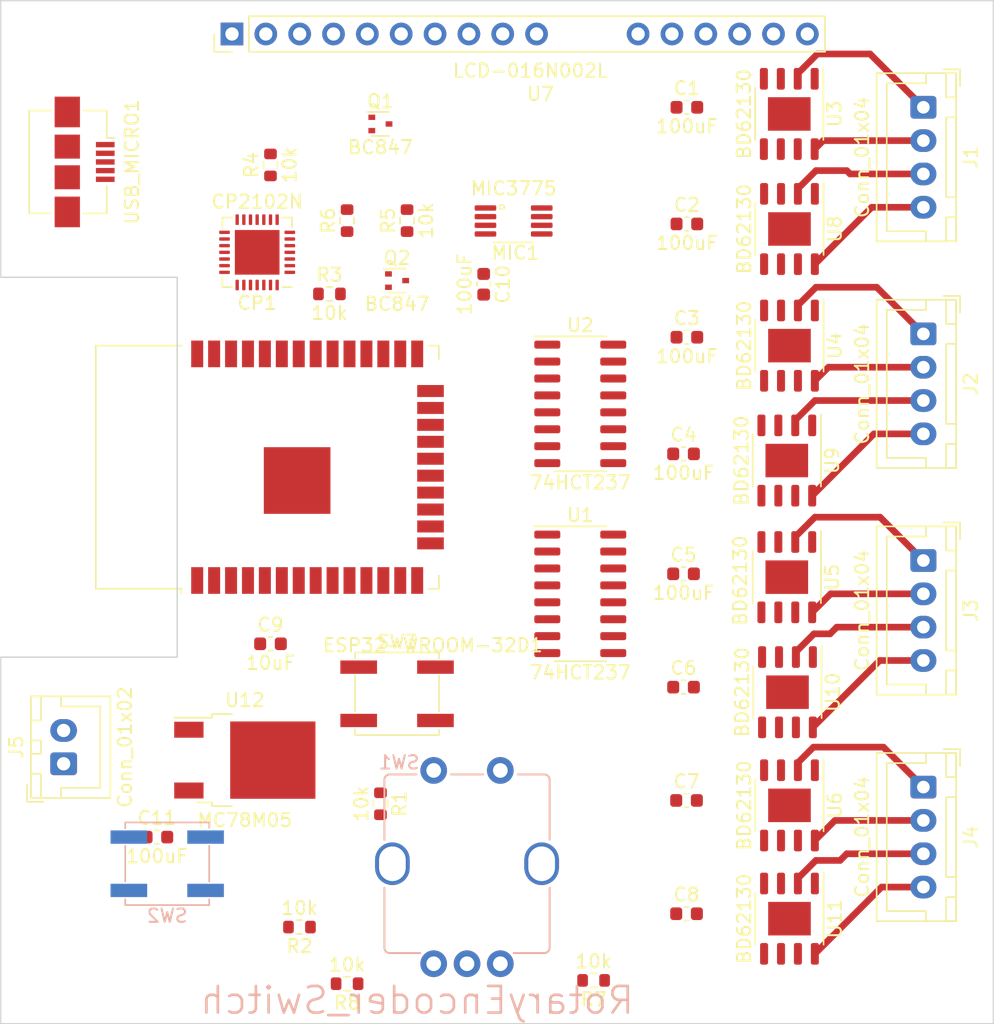
<source format=kicad_pcb>
(kicad_pcb (version 20211014) (generator pcbnew)
  (layers (0 "F.Cu" signal) (1 "In1.Cu" signal) (2 "In2.Cu" signal) (31 "B.Cu" signal) (34 "B.Paste" user) (35 "F.Paste" user) (36 "B.SilkS" user "B.Silkscreen") (37 "F.SilkS" user "F.Silkscreen") (38 "B.Mask" user) (39 "F.Mask" user) (44 "Edge.Cuts" user))
  (net 0 "")
  (net 1 "GND")
  (net 2 "+12V")
  (net 3 "/RESET")
  (net 4 "+3V3")
  (net 5 "+5V")
  (net 8 "/D+")
  (net 9 "/D-")
  (net 11 "Net-(CP1-Pad9)")
  (net 26 "/RTS")
  (net 27 "/TX_ESP")
  (net 28 "/RX_ESP")
  (net 30 "/DTR")
  (net 33 "/ENC_A")
  (net 34 "/ENC_B")
  (net 35 "/ENC_BTN")
  (net 36 "/BTN")
  (net 37 "/S0_P1")
  (net 38 "/S1_P1")
  (net 39 "/S2_P1")
  (net 40 "/S2_P2")
  (net 42 "/DB7")
  (net 51 "/GPIO0")
  (net 53 "/DB6")
  (net 54 "/DB5")
  (net 56 "/DB4")
  (net 57 "/RS")
  (net 59 "/S0_P2")
  (net 60 "/S1_P2")
  (net 61 "/E")
  (net 62 "/M1_1P")
  (net 63 "/M1_1N")
  (net 64 "/M1_2P")
  (net 65 "/M1_2N")
  (net 66 "/M2_1P")
  (net 67 "/M2_1N")
  (net 68 "/M2_2P")
  (net 69 "/M2_2N")
  (net 70 "/M3_1P")
  (net 71 "/M3_1N")
  (net 72 "/M3_2P")
  (net 73 "/M3_2N")
  (net 74 "/M4_1P")
  (net 75 "/M4_1N")
  (net 76 "/M4_2P")
  (net 77 "/M4_2N")
  (net 79 "Net-(Q1-Pad1)")
  (net 80 "Net-(Q2-Pad1)")
  (net 81 "/P1M4_N")
  (net 82 "/P1M4_P")
  (net 83 "/P1M3_N")
  (net 84 "/P1M3_P")
  (net 85 "/P1M2_N")
  (net 86 "/P1M2_P")
  (net 87 "/P1M1_N")
  (net 88 "/P1M1_P")
  (net 89 "/P2M4_N")
  (net 90 "/P2M4_P")
  (net 91 "/P2M3_N")
  (net 92 "/P2M3_P")
  (net 93 "/P2M2_N")
  (net 94 "/P2M2_P")
  (net 95 "/P2M1_N")
  (net 96 "/P2M1_P")
  (footprint "RF_Module:ESP32-WROOM-32" (layer "F.Cu") (at 74.255 77.5 90)
    (fp_text reference "ESP32-WROOM-32D1" (at -13.36 9.43) (layer "F.SilkS"))
    (fp_text value "ESP32-WROOM-32D")
    (pad "1" smd rect (at -8.5 -8.255 90) (size 2 0.9) (layers "F.Cu" "F.Paste" "F.Mask") (net 1 "GND"))
    (pad "2" smd rect (at -8.5 -6.985 90) (size 2 0.9) (layers "F.Cu" "F.Paste" "F.Mask") (net 4 "+3V3"))
    (pad "3" smd rect (at -8.5 -5.715 90) (size 2 0.9) (layers "F.Cu" "F.Paste" "F.Mask") (net 3 "/RESET"))
    (pad "4" smd rect (at -8.5 -4.445 90) (size 2 0.9) (layers "F.Cu" "F.Paste" "F.Mask"))
    (pad "5" smd rect (at -8.5 -3.175 90) (size 2 0.9) (layers "F.Cu" "F.Paste" "F.Mask"))
    (pad "6" smd rect (at -8.5 -1.905 90) (size 2 0.9) (layers "F.Cu" "F.Paste" "F.Mask") (net 33 "/ENC_A"))
    (pad "7" smd rect (at -8.5 -0.635 90) (size 2 0.9) (layers "F.Cu" "F.Paste" "F.Mask") (net 34 "/ENC_B"))
    (pad "8" smd rect (at -8.5 0.635 90) (size 2 0.9) (layers "F.Cu" "F.Paste" "F.Mask") (net 35 "/ENC_BTN"))
    (pad "9" smd rect (at -8.5 1.905 90) (size 2 0.9) (layers "F.Cu" "F.Paste" "F.Mask") (net 36 "/BTN"))
    (pad "10" smd rect (at -8.5 3.175 90) (size 2 0.9) (layers "F.Cu" "F.Paste" "F.Mask") (net 37 "/S0_P1"))
    (pad "11" smd rect (at -8.5 4.445 90) (size 2 0.9) (layers "F.Cu" "F.Paste" "F.Mask") (net 38 "/S1_P1"))
    (pad "12" smd rect (at -8.5 5.715 90) (size 2 0.9) (layers "F.Cu" "F.Paste" "F.Mask") (net 39 "/S2_P1"))
    (pad "13" smd rect (at -8.5 6.985 90) (size 2 0.9) (layers "F.Cu" "F.Paste" "F.Mask") (net 40 "/S2_P2"))
    (pad "14" smd rect (at -8.5 8.255 90) (size 2 0.9) (layers "F.Cu" "F.Paste" "F.Mask"))
    (pad "15" smd rect (at -5.715 9.255 180) (size 2 0.9) (layers "F.Cu" "F.Paste" "F.Mask") (net 1 "GND"))
    (pad "16" smd rect (at -4.445 9.255 180) (size 2 0.9) (layers "F.Cu" "F.Paste" "F.Mask") (net 42 "/DB7"))
    (pad "17" smd rect (at -3.175 9.255 180) (size 2 0.9) (layers "F.Cu" "F.Paste" "F.Mask"))
    (pad "18" smd rect (at -1.905 9.255 180) (size 2 0.9) (layers "F.Cu" "F.Paste" "F.Mask"))
    (pad "19" smd rect (at -0.635 9.255 180) (size 2 0.9) (layers "F.Cu" "F.Paste" "F.Mask"))
    (pad "20" smd rect (at 0.635 9.255 180) (size 2 0.9) (layers "F.Cu" "F.Paste" "F.Mask"))
    (pad "21" smd rect (at 1.905 9.255 180) (size 2 0.9) (layers "F.Cu" "F.Paste" "F.Mask"))
    (pad "22" smd rect (at 3.175 9.255 180) (size 2 0.9) (layers "F.Cu" "F.Paste" "F.Mask"))
    (pad "23" smd rect (at 4.445 9.255 180) (size 2 0.9) (layers "F.Cu" "F.Paste" "F.Mask"))
    (pad "24" smd rect (at 5.715 9.255 180) (size 2 0.9) (layers "F.Cu" "F.Paste" "F.Mask"))
    (pad "25" smd rect (at 8.5 8.255 90) (size 2 0.9) (layers "F.Cu" "F.Paste" "F.Mask") (net 51 "/GPIO0"))
    (pad "26" smd rect (at 8.5 6.985 90) (size 2 0.9) (layers "F.Cu" "F.Paste" "F.Mask"))
    (pad "27" smd rect (at 8.5 5.715 90) (size 2 0.9) (layers "F.Cu" "F.Paste" "F.Mask") (net 53 "/DB6"))
    (pad "28" smd rect (at 8.5 4.445 90) (size 2 0.9) (layers "F.Cu" "F.Paste" "F.Mask") (net 54 "/DB5"))
    (pad "29" smd rect (at 8.5 3.175 90) (size 2 0.9) (layers "F.Cu" "F.Paste" "F.Mask"))
    (pad "30" smd rect (at 8.5 1.905 90) (size 2 0.9) (layers "F.Cu" "F.Paste" "F.Mask") (net 56 "/DB4"))
    (pad "31" smd rect (at 8.5 0.635 90) (size 2 0.9) (layers "F.Cu" "F.Paste" "F.Mask") (net 57 "/RS"))
    (pad "32" smd rect (at 8.5 -0.635 90) (size 2 0.9) (layers "F.Cu" "F.Paste" "F.Mask"))
    (pad "33" smd rect (at 8.5 -1.905 90) (size 2 0.9) (layers "F.Cu" "F.Paste" "F.Mask") (net 59 "/S0_P2"))
    (pad "34" smd rect (at 8.5 -3.175 90) (size 2 0.9) (layers "F.Cu" "F.Paste" "F.Mask") (net 28 "/RX_ESP"))
    (pad "35" smd rect (at 8.5 -4.445 90) (size 2 0.9) (layers "F.Cu" "F.Paste" "F.Mask") (net 27 "/TX_ESP"))
    (pad "36" smd rect (at 8.5 -5.715 90) (size 2 0.9) (layers "F.Cu" "F.Paste" "F.Mask") (net 60 "/S1_P2"))
    (pad "37" smd rect (at 8.5 -6.985 90) (size 2 0.9) (layers "F.Cu" "F.Paste" "F.Mask") (net 61 "/E"))
    (pad "38" smd rect (at 8.5 -8.255 90) (size 2 0.9) (layers "F.Cu" "F.Paste" "F.Mask") (net 1 "GND"))
    (pad "39" smd rect (at -1 -0.755 90) (size 5 5) (layers "F.Cu" "F.Paste" "F.Mask") (net 1 "GND"))
  )
  (footprint "Package_SO:SOIC-8-1EP_3.9x4.9mm_P1.27mm_EP2.514x3.2mm" (layer "F.Cu") (at 110.45 68.38 -90)
    (fp_text reference "U4" (at 0 -3.4 90) (layer "F.SilkS"))
    (fp_text value "BD62130" (at 0 3.4 90) (layer "F.SilkS"))
    (pad "1" smd roundrect (at -2.6375 -1.905 270) (size 1.625 0.6) (layers "F.Cu" "F.Paste" "F.Mask") (net 1 "GND"))
    (pad "2" smd roundrect (at -2.6375 -0.635 270) (size 1.625 0.6) (layers "F.Cu" "F.Paste" "F.Mask") (net 66 "/M2_1P"))
    (pad "3" smd roundrect (at -2.6375 0.635 270) (size 1.625 0.6) (layers "F.Cu" "F.Paste" "F.Mask") (net 2 "+12V"))
    (pad "4" smd roundrect (at -2.6375 1.905 270) (size 1.625 0.6) (layers "F.Cu" "F.Paste" "F.Mask") (net 1 "GND"))
    (pad "5" smd roundrect (at 2.6375 1.905 270) (size 1.625 0.6) (layers "F.Cu" "F.Paste" "F.Mask") (net 86 "/P1M2_P"))
    (pad "6" smd roundrect (at 2.6375 0.635 270) (size 1.625 0.6) (layers "F.Cu" "F.Paste" "F.Mask") (net 85 "/P1M2_N"))
    (pad "7" smd roundrect (at 2.6375 -0.635 270) (size 1.625 0.6) (layers "F.Cu" "F.Paste" "F.Mask") (net 1 "GND"))
    (pad "8" smd roundrect (at 2.6375 -1.905 270) (size 1.625 0.6) (layers "F.Cu" "F.Paste" "F.Mask") (net 67 "/M2_1N"))
    (pad "9" smd rect (at 0 0 270) (size 2.514 3.2) (layers "F.Cu" "F.Mask"))
  )
  (footprint "Package_DFN_QFN:QFN-28-1EP_5x5mm_P0.5mm_EP3.35x3.35mm" (layer "F.Cu") (at 70.5 61.38 180)
    (fp_text reference "CP1" (at 0 -3.8) (layer "F.SilkS"))
    (fp_text value "CP2102N" (at 0 3.8) (layer "F.SilkS"))
    (pad "1" smd roundrect (at -2.45 -1.5 180) (size 0.8 0.25) (layers "F.Cu" "F.Paste" "F.Mask"))
    (pad "2" smd roundrect (at -2.45 -1 180) (size 0.8 0.25) (layers "F.Cu" "F.Paste" "F.Mask"))
    (pad "3" smd roundrect (at -2.45 -0.5 180) (size 0.8 0.25) (layers "F.Cu" "F.Paste" "F.Mask") (net 1 "GND"))
    (pad "4" smd roundrect (at -2.45 0 180) (size 0.8 0.25) (layers "F.Cu" "F.Paste" "F.Mask") (net 8 "/D+"))
    (pad "5" smd roundrect (at -2.45 0.5 180) (size 0.8 0.25) (layers "F.Cu" "F.Paste" "F.Mask") (net 9 "/D-"))
    (pad "6" smd roundrect (at -2.45 1 180) (size 0.8 0.25) (layers "F.Cu" "F.Paste" "F.Mask"))
    (pad "7" smd roundrect (at -2.45 1.5 180) (size 0.8 0.25) (layers "F.Cu" "F.Paste" "F.Mask") (net 5 "+5V"))
    (pad "8" smd roundrect (at -1.5 2.45 180) (size 0.25 0.8) (layers "F.Cu" "F.Paste" "F.Mask") (net 5 "+5V"))
    (pad "9" smd roundrect (at -1 2.45 180) (size 0.25 0.8) (layers "F.Cu" "F.Paste" "F.Mask") (net 11 "Net-(CP1-Pad9)"))
    (pad "10" smd roundrect (at -0.5 2.45 180) (size 0.25 0.8) (layers "F.Cu" "F.Paste" "F.Mask"))
    (pad "11" smd roundrect (at 0 2.45 180) (size 0.25 0.8) (layers "F.Cu" "F.Paste" "F.Mask"))
    (pad "12" smd roundrect (at 0.5 2.45 180) (size 0.25 0.8) (layers "F.Cu" "F.Paste" "F.Mask"))
    (pad "13" smd roundrect (at 1 2.45 180) (size 0.25 0.8) (layers "F.Cu" "F.Paste" "F.Mask"))
    (pad "14" smd roundrect (at 1.5 2.45 180) (size 0.25 0.8) (layers "F.Cu" "F.Paste" "F.Mask"))
    (pad "15" smd roundrect (at 2.45 1.5 180) (size 0.8 0.25) (layers "F.Cu" "F.Paste" "F.Mask"))
    (pad "16" smd roundrect (at 2.45 1 180) (size 0.8 0.25) (layers "F.Cu" "F.Paste" "F.Mask"))
    (pad "17" smd roundrect (at 2.45 0.5 180) (size 0.8 0.25) (layers "F.Cu" "F.Paste" "F.Mask"))
    (pad "18" smd roundrect (at 2.45 0 180) (size 0.8 0.25) (layers "F.Cu" "F.Paste" "F.Mask"))
    (pad "19" smd roundrect (at 2.45 -0.5 180) (size 0.8 0.25) (layers "F.Cu" "F.Paste" "F.Mask"))
    (pad "20" smd roundrect (at 2.45 -1 180) (size 0.8 0.25) (layers "F.Cu" "F.Paste" "F.Mask"))
    (pad "21" smd roundrect (at 2.45 -1.5 180) (size 0.8 0.25) (layers "F.Cu" "F.Paste" "F.Mask"))
    (pad "22" smd roundrect (at 1.5 -2.45 180) (size 0.25 0.8) (layers "F.Cu" "F.Paste" "F.Mask"))
    (pad "23" smd roundrect (at 1 -2.45 180) (size 0.25 0.8) (layers "F.Cu" "F.Paste" "F.Mask"))
    (pad "24" smd roundrect (at 0.5 -2.45 180) (size 0.25 0.8) (layers "F.Cu" "F.Paste" "F.Mask") (net 26 "/RTS"))
    (pad "25" smd roundrect (at 0 -2.45 180) (size 0.25 0.8) (layers "F.Cu" "F.Paste" "F.Mask") (net 27 "/TX_ESP"))
    (pad "26" smd roundrect (at -0.5 -2.45 180) (size 0.25 0.8) (layers "F.Cu" "F.Paste" "F.Mask") (net 28 "/RX_ESP"))
    (pad "27" smd roundrect (at -1 -2.45 180) (size 0.25 0.8) (layers "F.Cu" "F.Paste" "F.Mask"))
    (pad "28" smd roundrect (at -1.5 -2.45 180) (size 0.25 0.8) (layers "F.Cu" "F.Paste" "F.Mask") (net 30 "/DTR"))
    (pad "29" smd rect (at 0 0 180) (size 3.35 3.35) (layers "F.Cu" "F.Mask") (net 1 "GND"))
  )
  (footprint "Package_SO:SOIC-8-1EP_3.9x4.9mm_P1.27mm_EP2.514x3.2mm" (layer "F.Cu") (at 110.45 102.87 -90)
    (fp_text reference "U6" (at 0 -3.4 90) (layer "F.SilkS"))
    (fp_text value "BD62130" (at 0 3.4 90) (layer "F.SilkS"))
    (pad "1" smd roundrect (at -2.6375 -1.905 270) (size 1.625 0.6) (layers "F.Cu" "F.Paste" "F.Mask") (net 1 "GND"))
    (pad "2" smd roundrect (at -2.6375 -0.635 270) (size 1.625 0.6) (layers "F.Cu" "F.Paste" "F.Mask") (net 74 "/M4_1P"))
    (pad "3" smd roundrect (at -2.6375 0.635 270) (size 1.625 0.6) (layers "F.Cu" "F.Paste" "F.Mask") (net 2 "+12V"))
    (pad "4" smd roundrect (at -2.6375 1.905 270) (size 1.625 0.6) (layers "F.Cu" "F.Paste" "F.Mask") (net 1 "GND"))
    (pad "5" smd roundrect (at 2.6375 1.905 270) (size 1.625 0.6) (layers "F.Cu" "F.Paste" "F.Mask") (net 82 "/P1M4_P"))
    (pad "6" smd roundrect (at 2.6375 0.635 270) (size 1.625 0.6) (layers "F.Cu" "F.Paste" "F.Mask") (net 81 "/P1M4_N"))
    (pad "7" smd roundrect (at 2.6375 -0.635 270) (size 1.625 0.6) (layers "F.Cu" "F.Paste" "F.Mask") (net 1 "GND"))
    (pad "8" smd roundrect (at 2.6375 -1.905 270) (size 1.625 0.6) (layers "F.Cu" "F.Paste" "F.Mask") (net 75 "/M4_1N"))
    (pad "9" smd rect (at 0 0 270) (size 2.514 3.2) (layers "F.Cu" "F.Mask"))
  )
  (footprint "Package_SO:SOIC-8-1EP_3.9x4.9mm_P1.27mm_EP2.514x3.2mm" (layer "F.Cu") (at 110.3 94.38 -90)
    (fp_text reference "U10" (at 0 -3.4 90) (layer "F.SilkS"))
    (fp_text value "BD62130" (at 0 3.4 90) (layer "F.SilkS"))
    (pad "1" smd roundrect (at -2.6375 -1.905 270) (size 1.625 0.6) (layers "F.Cu" "F.Paste" "F.Mask") (net 1 "GND"))
    (pad "2" smd roundrect (at -2.6375 -0.635 270) (size 1.625 0.6) (layers "F.Cu" "F.Paste" "F.Mask") (net 72 "/M3_2P"))
    (pad "3" smd roundrect (at -2.6375 0.635 270) (size 1.625 0.6) (layers "F.Cu" "F.Paste" "F.Mask") (net 2 "+12V"))
    (pad "4" smd roundrect (at -2.6375 1.905 270) (size 1.625 0.6) (layers "F.Cu" "F.Paste" "F.Mask") (net 1 "GND"))
    (pad "5" smd roundrect (at 2.6375 1.905 270) (size 1.625 0.6) (layers "F.Cu" "F.Paste" "F.Mask") (net 92 "/P2M3_P"))
    (pad "6" smd roundrect (at 2.6375 0.635 270) (size 1.625 0.6) (layers "F.Cu" "F.Paste" "F.Mask") (net 91 "/P2M3_N"))
    (pad "7" smd roundrect (at 2.6375 -0.635 270) (size 1.625 0.6) (layers "F.Cu" "F.Paste" "F.Mask") (net 1 "GND"))
    (pad "8" smd roundrect (at 2.6375 -1.905 270) (size 1.625 0.6) (layers "F.Cu" "F.Paste" "F.Mask") (net 73 "/M3_2N"))
    (pad "9" smd rect (at 0 0 270) (size 2.514 3.2) (layers "F.Cu" "F.Mask"))
  )
  (footprint "Capacitor_SMD:C_0603_1608Metric" (layer "F.Cu") (at 102.725 102.5)
    (fp_text reference "C7" (at 0 -1.43) (layer "F.SilkS"))
    (fp_text value "100uF")
    (pad "1" smd roundrect (at -0.775 0) (size 0.9 0.95) (layers "F.Cu" "F.Paste" "F.Mask") (net 1 "GND"))
    (pad "2" smd roundrect (at 0.775 0) (size 0.9 0.95) (layers "F.Cu" "F.Paste" "F.Mask") (net 2 "+12V"))
  )
  (footprint "Capacitor_SMD:C_0603_1608Metric" (layer "F.Cu") (at 102.725 111)
    (fp_text reference "C8" (at 0 -1.43) (layer "F.SilkS"))
    (fp_text value "100uF")
    (pad "1" smd roundrect (at -0.775 0) (size 0.9 0.95) (layers "F.Cu" "F.Paste" "F.Mask") (net 1 "GND"))
    (pad "2" smd roundrect (at 0.775 0) (size 0.9 0.95) (layers "F.Cu" "F.Paste" "F.Mask") (net 2 "+12V"))
  )
  (footprint "Capacitor_SMD:C_0603_1608Metric" (layer "F.Cu") (at 102.5 85.5)
    (fp_text reference "C5" (at 0 -1.43) (layer "F.SilkS"))
    (fp_text value "100uF" (at 0 1.43) (layer "F.SilkS"))
    (pad "1" smd roundrect (at -0.775 0) (size 0.9 0.95) (layers "F.Cu" "F.Paste" "F.Mask") (net 1 "GND"))
    (pad "2" smd roundrect (at 0.775 0) (size 0.9 0.95) (layers "F.Cu" "F.Paste" "F.Mask") (net 2 "+12V"))
  )
  (footprint "Connector_JST:JST_XH_B4B-XH-A_1x04_P2.50mm_Vertical" (layer "F.Cu") (at 120.5 101.5 -90)
    (fp_text reference "J4" (at 3.75 -3.55 90) (layer "F.SilkS"))
    (fp_text value "Conn_01x04" (at 3.75 4.6 90) (layer "F.SilkS"))
    (pad "1" thru_hole roundrect (at 0 0 270) (size 1.7 1.95) (drill 0.95) (layers *.Cu *.Mask) (roundrect_rratio 0.147059) (net 74 "/M4_1P"))
    (pad "2" thru_hole oval (at 2.5 0 270) (size 1.7 1.95) (drill 0.95) (layers *.Cu *.Mask) (net 75 "/M4_1N"))
    (pad "3" thru_hole oval (at 5 0 270) (size 1.7 1.95) (drill 0.95) (layers *.Cu *.Mask) (net 76 "/M4_2P"))
    (pad "4" thru_hole oval (at 7.5 0 270) (size 1.7 1.95) (drill 0.95) (layers *.Cu *.Mask) (net 77 "/M4_2N"))
  )
  (footprint "Resistor_SMD:R_0603_1608Metric" (layer "F.Cu") (at 71.5 54.825 90)
    (fp_text reference "R4" (at 0 -1.43 90) (layer "F.SilkS"))
    (fp_text value "10k" (at 0 1.43 90) (layer "F.SilkS"))
    (pad "1" smd roundrect (at -0.825 0 90) (size 0.8 0.95) (layers "F.Cu" "F.Paste" "F.Mask") (net 11 "Net-(CP1-Pad9)"))
    (pad "2" smd roundrect (at 0.825 0 90) (size 0.8 0.95) (layers "F.Cu" "F.Paste" "F.Mask") (net 5 "+5V"))
  )
  (footprint "Connector_JST:JST_XH_B2B-XH-A_1x02_P2.50mm_Vertical" (layer "F.Cu") (at 55.975 99.75 90)
    (fp_text reference "J5" (at 1.25 -3.55 90) (layer "F.SilkS"))
    (fp_text value "Conn_01x02" (at 1.25 4.6 90) (layer "F.SilkS"))
    (pad "1" thru_hole roundrect (at 0 0 90) (size 1.7 2) (drill 1) (layers *.Cu *.Mask) (roundrect_rratio 0.147059) (net 2 "+12V"))
    (pad "2" thru_hole oval (at 2.5 0 90) (size 1.7 2) (drill 1) (layers *.Cu *.Mask) (net 1 "GND"))
  )
  (footprint "Connector_JST_Downloaded:LCD_HEADER" (layer "F.Cu") (at 91.754 48.369)
    (fp_text reference "U7" (at 0 1.131 unlocked) (layer "F.SilkS"))
    (fp_text value "LCD-016N002L" (at -0.754 -0.619 unlocked) (layer "F.SilkS"))
    (pad "1" thru_hole rect (at -23.144 -3.369 90) (size 1.7 1.7) (drill 1) (layers *.Cu *.Mask) (net 1 "GND"))
    (pad "2" thru_hole oval (at -20.604 -3.369 90) (size 1.7 1.7) (drill 1) (layers *.Cu *.Mask) (net 5 "+5V"))
    (pad "3" thru_hole oval (at -18.064 -3.369 90) (size 1.7 1.7) (drill 1) (layers *.Cu *.Mask) (net 5 "+5V"))
    (pad "4" thru_hole oval (at -15.524 -3.369 90) (size 1.7 1.7) (drill 1) (layers *.Cu *.Mask) (net 57 "/RS"))
    (pad "5" thru_hole oval (at -12.984 -3.369 90) (size 1.7 1.7) (drill 1) (layers *.Cu *.Mask) (net 1 "GND"))
    (pad "6" thru_hole oval (at -10.444 -3.369 90) (size 1.7 1.7) (drill 1) (layers *.Cu *.Mask) (net 61 "/E"))
    (pad "7" thru_hole oval (at -7.904 -3.369 90) (size 1.7 1.7) (drill 1) (layers *.Cu *.Mask))
    (pad "8" thru_hole oval (at -5.364 -3.369 90) (size 1.7 1.7) (drill 1) (layers *.Cu *.Mask))
    (pad "9" thru_hole oval (at -2.824 -3.369 90) (size 1.7 1.7) (drill 1) (layers *.Cu *.Mask))
    (pad "10" thru_hole oval (at -0.284 -3.369 90) (size 1.7 1.7) (drill 1) (layers *.Cu *.Mask))
    (pad "11" thru_hole oval (at 7.336 -3.369 90) (size 1.7 1.7) (drill 1) (layers *.Cu *.Mask) (net 56 "/DB4"))
    (pad "12" thru_hole oval (at 9.876 -3.369 90) (size 1.7 1.7) (drill 1) (layers *.Cu *.Mask) (net 54 "/DB5"))
    (pad "13" thru_hole oval (at 12.416 -3.369 90) (size 1.7 1.7) (drill 1) (layers *.Cu *.Mask) (net 53 "/DB6"))
    (pad "14" thru_hole oval (at 14.956 -3.369 90) (size 1.7 1.7) (drill 1) (layers *.Cu *.Mask) (net 42 "/DB7"))
    (pad "15" thru_hole oval (at 17.496 -3.369 90) (size 1.7 1.7) (drill 1) (layers *.Cu *.Mask) (net 5 "+5V"))
    (pad "16" thru_hole oval (at 20.036 -3.369 90) (size 1.7 1.7) (drill 1) (layers *.Cu *.Mask) (net 1 "GND"))
  )
  (footprint "Resistor_SMD:R_0603_1608Metric" (layer "F.Cu") (at 77.25 59 90)
    (fp_text reference "R6" (at 0 -1.43 90) (layer "F.SilkS"))
    (fp_text value "10k")
    (pad "1" smd roundrect (at -0.825 0 90) (size 0.8 0.95) (layers "F.Cu" "F.Paste" "F.Mask") (net 30 "/DTR"))
    (pad "2" smd roundrect (at 0.825 0 90) (size 0.8 0.95) (layers "F.Cu" "F.Paste" "F.Mask") (net 80 "Net-(Q2-Pad1)"))
  )
  (footprint "Connector_JST:JST_XH_B4B-XH-A_1x04_P2.50mm_Vertical" (layer "F.Cu") (at 120.5 67.5 -90)
    (fp_text reference "J2" (at 3.75 -3.55 90) (layer "F.SilkS"))
    (fp_text value "Conn_01x04" (at 3.75 4.6 90) (layer "F.SilkS"))
    (pad "1" thru_hole roundrect (at 0 0 270) (size 1.7 1.95) (drill 0.95) (layers *.Cu *.Mask) (roundrect_rratio 0.147059) (net 66 "/M2_1P"))
    (pad "2" thru_hole oval (at 2.5 0 270) (size 1.7 1.95) (drill 0.95) (layers *.Cu *.Mask) (net 67 "/M2_1N"))
    (pad "3" thru_hole oval (at 5 0 270) (size 1.7 1.95) (drill 0.95) (layers *.Cu *.Mask) (net 68 "/M2_2P"))
    (pad "4" thru_hole oval (at 7.5 0 270) (size 1.7 1.95) (drill 0.95) (layers *.Cu *.Mask) (net 69 "/M2_2N"))
  )
  (footprint "Capacitor_SMD:C_0603_1608Metric" (layer "F.Cu") (at 71.5 90.75)
    (fp_text reference "C9" (at 0 -1.43) (layer "F.SilkS"))
    (fp_text value "10uF" (at 0 1.43) (layer "F.SilkS"))
    (pad "1" smd roundrect (at -0.775 0) (size 0.9 0.95) (layers "F.Cu" "F.Paste" "F.Mask") (net 3 "/RESET"))
    (pad "2" smd roundrect (at 0.775 0) (size 0.9 0.95) (layers "F.Cu" "F.Paste" "F.Mask") (net 1 "GND"))
  )
  (footprint "Capacitor_SMD:C_0603_1608Metric" (layer "F.Cu") (at 102.75 59.25)
    (fp_text reference "C2" (at 0 -1.43) (layer "F.SilkS"))
    (fp_text value "100uF" (at 0 1.43) (layer "F.SilkS"))
    (pad "1" smd roundrect (at -0.775 0) (size 0.9 0.95) (layers "F.Cu" "F.Paste" "F.Mask") (net 1 "GND"))
    (pad "2" smd roundrect (at 0.775 0) (size 0.9 0.95) (layers "F.Cu" "F.Paste" "F.Mask") (net 2 "+12V"))
  )
  (footprint "Capacitor_SMD:C_0603_1608Metric" (layer "F.Cu") (at 102.5 76.5)
    (fp_text reference "C4" (at 0 -1.43) (layer "F.SilkS"))
    (fp_text value "100uF" (at 0 1.43) (layer "F.SilkS"))
    (pad "1" smd roundrect (at -0.775 0) (size 0.9 0.95) (layers "F.Cu" "F.Paste" "F.Mask") (net 1 "GND"))
    (pad "2" smd roundrect (at 0.775 0) (size 0.9 0.95) (layers "F.Cu" "F.Paste" "F.Mask") (net 2 "+12V"))
  )
  (footprint "LinReg:MSOP8-Reg" (layer "F.Cu") (at 89.75 59)
    (fp_text reference "MIC1" (at 0.127 2.413 unlocked) (layer "F.SilkS"))
    (fp_text value "MIC3775" (at 0 -2.413 unlocked) (layer "F.SilkS"))
    (pad "EN" smd roundrect (at -2.1175 -0.947) (size 1.625 0.4) (layers "F.Cu" "F.Paste" "F.Mask") (net 5 "+5V"))
    (pad "FLG" smd roundrect (at -2.1175 0.353) (size 1.625 0.4) (layers "F.Cu" "F.Paste" "F.Mask"))
    (pad "GND" smd roundrect (at 2.1075 0.353) (size 1.625 0.4) (layers "F.Cu" "F.Paste" "F.Mask") (net 1 "GND"))
    (pad "GND" smd roundrect (at 2.1075 -0.947) (size 1.625 0.4) (layers "F.Cu" "F.Paste" "F.Mask") (net 1 "GND"))
    (pad "GND" smd roundrect (at 2.1075 1.003) (size 1.625 0.4) (layers "F.Cu" "F.Paste" "F.Mask") (net 1 "GND"))
    (pad "GND" smd roundrect (at 2.1075 -0.297) (size 1.625 0.4) (layers "F.Cu" "F.Paste" "F.Mask") (net 1 "GND"))
    (pad "IN" smd roundrect (at -2.1175 -0.297) (size 1.625 0.4) (layers "F.Cu" "F.Paste" "F.Mask") (net 5 "+5V"))
    (pad "OUT" smd roundrect (at -2.1175 1.003) (size 1.625 0.4) (layers "F.Cu" "F.Paste" "F.Mask") (net 4 "+3V3"))
  )
  (footprint "Resistor_SMD:R_0603_1608Metric" (layer "F.Cu") (at 95.75 116 180)
    (fp_text reference "R7" (at 0 -1.43) (layer "F.SilkS"))
    (fp_text value "10k" (at 0 1.43) (layer "F.SilkS"))
    (pad "1" smd roundrect (at -0.825 0 180) (size 0.8 0.95) (layers "F.Cu" "F.Paste" "F.Mask") (net 1 "GND"))
    (pad "2" smd roundrect (at 0.825 0 180) (size 0.8 0.95) (layers "F.Cu" "F.Paste" "F.Mask") (net 33 "/ENC_A"))
  )
  (footprint "Capacitor_SMD:C_0603_1608Metric" (layer "F.Cu") (at 87.5 63.775 -90)
    (fp_text reference "C10" (at 0 -1.43 90) (layer "F.SilkS"))
    (fp_text value "100uF" (at 0 1.43 90) (layer "F.SilkS"))
    (pad "1" smd roundrect (at -0.775 0 270) (size 0.9 0.95) (layers "F.Cu" "F.Paste" "F.Mask") (net 4 "+3V3"))
    (pad "2" smd roundrect (at 0.775 0 270) (size 0.9 0.95) (layers "F.Cu" "F.Paste" "F.Mask") (net 1 "GND"))
  )
  (footprint "Resistor_SMD:R_0603_1608Metric" (layer "F.Cu") (at 77.25 116.25 180)
    (fp_text reference "R8" (at 0 -1.43) (layer "F.SilkS"))
    (fp_text value "10k" (at 0 1.43) (layer "F.SilkS"))
    (pad "1" smd roundrect (at -0.825 0 180) (size 0.8 0.95) (layers "F.Cu" "F.Paste" "F.Mask") (net 34 "/ENC_B"))
    (pad "2" smd roundrect (at 0.825 0 180) (size 0.8 0.95) (layers "F.Cu" "F.Paste" "F.Mask") (net 1 "GND"))
  )
  (footprint "Connector_JST:JST_XH_B4B-XH-A_1x04_P2.50mm_Vertical" (layer "F.Cu") (at 120.5 84.5 -90)
    (fp_text reference "J3" (at 3.75 -3.55 90) (layer "F.SilkS"))
    (fp_text value "Conn_01x04" (at 3.75 4.6 90) (layer "F.SilkS"))
    (pad "1" thru_hole roundrect (at 0 0 270) (size 1.7 1.95) (drill 0.95) (layers *.Cu *.Mask) (roundrect_rratio 0.147059) (net 70 "/M3_1P"))
    (pad "2" thru_hole oval (at 2.5 0 270) (size 1.7 1.95) (drill 0.95) (layers *.Cu *.Mask) (net 71 "/M3_1N"))
    (pad "3" thru_hole oval (at 5 0 270) (size 1.7 1.95) (drill 0.95) (layers *.Cu *.Mask) (net 72 "/M3_2P"))
    (pad "4" thru_hole oval (at 7.5 0 270) (size 1.7 1.95) (drill 0.95) (layers *.Cu *.Mask) (net 73 "/M3_2N"))
  )
  (footprint "Package_TO_SOT_SMD:TO-252-2" (layer "F.Cu") (at 69.575 99.475)
    (fp_text reference "U12" (at 0 -4.5) (layer "F.SilkS"))
    (fp_text value "MC78M05" (at 0 4.5) (layer "F.SilkS"))
    (pad "1" smd rect (at -4.2 -2.28) (size 2.2 1.2) (layers "F.Cu" "F.Paste" "F.Mask") (net 2 "+12V"))
    (pad "2" smd rect (at 2.1 0) (size 6.4 5.8) (layers "F.Cu" "F.Mask") (net 1 "GND"))
    (pad "3" smd rect (at -4.2 2.28) (size 2.2 1.2) (layers "F.Cu" "F.Paste" "F.Mask") (net 5 "+5V"))
  )
  (footprint "Package_SO:SOIC-8-1EP_3.9x4.9mm_P1.27mm_EP2.514x3.2mm" (layer "F.Cu") (at 110.435 51 -90)
    (fp_text reference "U3" (at 0 -3.4 90) (layer "F.SilkS"))
    (fp_text value "BD62130" (at 0 3.4 90) (layer "F.SilkS"))
    (pad "1" smd roundrect (at -2.6375 -1.905 270) (size 1.625 0.6) (layers "F.Cu" "F.Paste" "F.Mask") (net 1 "GND"))
    (pad "2" smd roundrect (at -2.6375 -0.635 270) (size 1.625 0.6) (layers "F.Cu" "F.Paste" "F.Mask") (net 62 "/M1_1P"))
    (pad "3" smd roundrect (at -2.6375 0.635 270) (size 1.625 0.6) (layers "F.Cu" "F.Paste" "F.Mask") (net 2 "+12V"))
    (pad "4" smd roundrect (at -2.6375 1.905 270) (size 1.625 0.6) (layers "F.Cu" "F.Paste" "F.Mask") (net 1 "GND"))
    (pad "5" smd roundrect (at 2.6375 1.905 270) (size 1.625 0.6) (layers "F.Cu" "F.Paste" "F.Mask") (net 88 "/P1M1_P"))
    (pad "6" smd roundrect (at 2.6375 0.635 270) (size 1.625 0.6) (layers "F.Cu" "F.Paste" "F.Mask") (net 87 "/P1M1_N"))
    (pad "7" smd roundrect (at 2.6375 -0.635 270) (size 1.625 0.6) (layers "F.Cu" "F.Paste" "F.Mask") (net 1 "GND"))
    (pad "8" smd roundrect (at 2.6375 -1.905 270) (size 1.625 0.6) (layers "F.Cu" "F.Paste" "F.Mask") (net 63 "/M1_1N"))
    (pad "9" smd rect (at 0 0 270) (size 2.514 3.2) (layers "F.Cu" "F.Mask"))
  )
  (footprint "Package_SO:SOIC-8-1EP_3.9x4.9mm_P1.27mm_EP2.514x3.2mm" (layer "F.Cu") (at 110.45 111.37 -90)
    (fp_text reference "U11" (at 0 -3.4 90) (layer "F.SilkS"))
    (fp_text value "BD62130" (at 0 3.4 90) (layer "F.SilkS"))
    (pad "1" smd roundrect (at -2.6375 -1.905 270) (size 1.625 0.6) (layers "F.Cu" "F.Paste" "F.Mask") (net 1 "GND"))
    (pad "2" smd roundrect (at -2.6375 -0.635 270) (size 1.625 0.6) (layers "F.Cu" "F.Paste" "F.Mask") (net 76 "/M4_2P"))
    (pad "3" smd roundrect (at -2.6375 0.635 270) (size 1.625 0.6) (layers "F.Cu" "F.Paste" "F.Mask") (net 2 "+12V"))
    (pad "4" smd roundrect (at -2.6375 1.905 270) (size 1.625 0.6) (layers "F.Cu" "F.Paste" "F.Mask") (net 1 "GND"))
    (pad "5" smd roundrect (at 2.6375 1.905 270) (size 1.625 0.6) (layers "F.Cu" "F.Paste" "F.Mask") (net 90 "/P2M4_P"))
    (pad "6" smd roundrect (at 2.6375 0.635 270) (size 1.625 0.6) (layers "F.Cu" "F.Paste" "F.Mask") (net 89 "/P2M4_N"))
    (pad "7" smd roundrect (at 2.6375 -0.635 270) (size 1.625 0.6) (layers "F.Cu" "F.Paste" "F.Mask") (net 1 "GND"))
    (pad "8" smd roundrect (at 2.6375 -1.905 270) (size 1.625 0.6) (layers "F.Cu" "F.Paste" "F.Mask") (net 77 "/M4_2N"))
    (pad "9" smd rect (at 0 0 270) (size 2.514 3.2) (layers "F.Cu" "F.Mask"))
  )
  (footprint "Capacitor_SMD:C_0603_1608Metric" (layer "F.Cu") (at 62.975 105.25)
    (fp_text reference "C11" (at 0 -1.43) (layer "F.SilkS"))
    (fp_text value "100uF" (at 0 1.43) (layer "F.SilkS"))
    (pad "1" smd roundrect (at -0.775 0) (size 0.9 0.95) (layers "F.Cu" "F.Paste" "F.Mask") (net 5 "+5V"))
    (pad "2" smd roundrect (at 0.775 0) (size 0.9 0.95) (layers "F.Cu" "F.Paste" "F.Mask") (net 1 "GND"))
  )
  (footprint "Resistor_SMD:R_0603_1608Metric" (layer "F.Cu") (at 81.75 59 90)
    (fp_text reference "R5" (at 0 -1.43 90) (layer "F.SilkS"))
    (fp_text value "10k" (at 0 1.43 90) (layer "F.SilkS"))
    (pad "1" smd roundrect (at -0.825 0 90) (size 0.8 0.95) (layers "F.Cu" "F.Paste" "F.Mask") (net 26 "/RTS"))
    (pad "2" smd roundrect (at 0.825 0 90) (size 0.8 0.95) (layers "F.Cu" "F.Paste" "F.Mask") (net 79 "Net-(Q1-Pad1)"))
  )
  (footprint "Resistor_SMD:R_0603_1608Metric" (layer "F.Cu") (at 79.75 102.75 -90)
    (fp_text reference "R1" (at 0 -1.43 90) (layer "F.SilkS"))
    (fp_text value "10k" (at 0 1.43 90) (layer "F.SilkS"))
    (pad "1" smd roundrect (at -0.825 0 270) (size 0.8 0.95) (layers "F.Cu" "F.Paste" "F.Mask") (net 4 "+3V3"))
    (pad "2" smd roundrect (at 0.825 0 270) (size 0.8 0.95) (layers "F.Cu" "F.Paste" "F.Mask") (net 35 "/ENC_BTN"))
  )
  (footprint "Package_SO:SOIC-8-1EP_3.9x4.9mm_P1.27mm_EP2.514x3.2mm" (layer "F.Cu") (at 110.25 85.75 -90)
    (fp_text reference "U5" (at 0 -3.4 90) (layer "F.SilkS"))
    (fp_text value "BD62130" (at 0.25 3.5 90) (layer "F.SilkS"))
    (pad "1" smd roundrect (at -2.6375 -1.905 270) (size 1.625 0.6) (layers "F.Cu" "F.Paste" "F.Mask") (net 1 "GND"))
    (pad "2" smd roundrect (at -2.6375 -0.635 270) (size 1.625 0.6) (layers "F.Cu" "F.Paste" "F.Mask") (net 70 "/M3_1P"))
    (pad "3" smd roundrect (at -2.6375 0.635 270) (size 1.625 0.6) (layers "F.Cu" "F.Paste" "F.Mask") (net 2 "+12V"))
    (pad "4" smd roundrect (at -2.6375 1.905 270) (size 1.625 0.6) (layers "F.Cu" "F.Paste" "F.Mask") (net 1 "GND"))
    (pad "5" smd roundrect (at 2.6375 1.905 270) (size 1.625 0.6) (layers "F.Cu" "F.Paste" "F.Mask") (net 84 "/P1M3_P"))
    (pad "6" smd roundrect (at 2.6375 0.635 270) (size 1.625 0.6) (layers "F.Cu" "F.Paste" "F.Mask") (net 83 "/P1M3_N"))
    (pad "7" smd roundrect (at 2.6375 -0.635 270) (size 1.625 0.6) (layers "F.Cu" "F.Paste" "F.Mask") (net 1 "GND"))
    (pad "8" smd roundrect (at 2.6375 -1.905 270) (size 1.625 0.6) (layers "F.Cu" "F.Paste" "F.Mask") (net 71 "/M3_1N"))
    (pad "9" smd rect (at 0 0 270) (size 2.514 3.2) (layers "F.Cu" "F.Mask"))
  )
  (footprint "Package_SO:SOIC-16_3.9x9.9mm_P1.27mm" (layer "F.Cu") (at 94.75 87)
    (fp_text reference "U1" (at 0 -5.9) (layer "F.SilkS"))
    (fp_text value "74HCT237" (at 0 5.9) (layer "F.SilkS"))
    (pad "1" smd roundrect (at -2.475 -4.445) (size 1.95 0.6) (layers "F.Cu" "F.Paste" "F.Mask") (net 37 "/S0_P1"))
    (pad "2" smd roundrect (at -2.475 -3.175) (size 1.95 0.6) (layers "F.Cu" "F.Paste" "F.Mask") (net 38 "/S1_P1"))
    (pad "3" smd roundrect (at -2.475 -1.905) (size 1.95 0.6) (layers "F.Cu" "F.Paste" "F.Mask") (net 39 "/S2_P1"))
    (pad "4" smd roundrect (at -2.475 -0.635) (size 1.95 0.6) (layers "F.Cu" "F.Paste" "F.Mask") (net 1 "GND"))
    (pad "5" smd roundrect (at -2.475 0.635) (size 1.95 0.6) (layers "F.Cu" "F.Paste" "F.Mask") (net 1 "GND"))
    (pad "6" smd roundrect (at -2.475 1.905) (size 1.95 0.6) (layers "F.Cu" "F.Paste" "F.Mask") (net 4 "+3V3"))
    (pad "7" smd roundrect (at -2.475 3.175) (size 1.95 0.6) (layers "F.Cu" "F.Paste" "F.Mask") (net 81 "/P1M4_N"))
    (pad "8" smd roundrect (at -2.475 4.445) (size 1.95 0.6) (layers "F.Cu" "F.Paste" "F.Mask") (net 1 "GND"))
    (pad "9" smd roundrect (at 2.475 4.445) (size 1.95 0.6) (layers "F.Cu" "F.Paste" "F.Mask") (net 82 "/P1M4_P"))
    (pad "10" smd roundrect (at 2.475 3.175) (size 1.95 0.6) (layers "F.Cu" "F.Paste" "F.Mask") (net 83 "/P1M3_N"))
    (pad "11" smd roundrect (at 2.475 1.905) (size 1.95 0.6) (layers "F.Cu" "F.Paste" "F.Mask") (net 84 "/P1M3_P"))
    (pad "12" smd roundrect (at 2.475 0.635) (size 1.95 0.6) (layers "F.Cu" "F.Paste" "F.Mask") (net 85 "/P1M2_N"))
    (pad "13" smd roundrect (at 2.475 -0.635) (size 1.95 0.6) (layers "F.Cu" "F.Paste" "F.Mask") (net 86 "/P1M2_P"))
    (pad "14" smd roundrect (at 2.475 -1.905) (size 1.95 0.6) (layers "F.Cu" "F.Paste" "F.Mask") (net 87 "/P1M1_N"))
    (pad "15" smd roundrect (at 2.475 -3.175) (size 1.95 0.6) (layers "F.Cu" "F.Paste" "F.Mask") (net 88 "/P1M1_P"))
    (pad "16" smd roundrect (at 2.475 -4.445) (size 1.95 0.6) (layers "F.Cu" "F.Paste" "F.Mask") (net 4 "+3V3"))
  )
  (footprint "Capacitor_SMD:C_0603_1608Metric" (layer "F.Cu") (at 102.75 67.75)
    (fp_text reference "C3" (at 0 -1.43) (layer "F.SilkS"))
    (fp_text value "100uF" (at 0 1.43) (layer "F.SilkS"))
    (pad "1" smd roundrect (at -0.775 0) (size 0.9 0.95) (layers "F.Cu" "F.Paste" "F.Mask") (net 1 "GND"))
    (pad "2" smd roundrect (at 0.775 0) (size 0.9 0.95) (layers "F.Cu" "F.Paste" "F.Mask") (net 2 "+12V"))
  )
  (footprint "Package_SO:SOIC-8-1EP_3.9x4.9mm_P1.27mm_EP2.514x3.2mm" (layer "F.Cu") (at 110.25 77 -90)
    (fp_text reference "U9" (at 0 -3.4 90) (layer "F.SilkS"))
    (fp_text value "BD62130" (at 0 3.4 90) (layer "F.SilkS"))
    (pad "1" smd roundrect (at -2.6375 -1.905 270) (size 1.625 0.6) (layers "F.Cu" "F.Paste" "F.Mask") (net 1 "GND"))
    (pad "2" smd roundrect (at -2.6375 -0.635 270) (size 1.625 0.6) (layers "F.Cu" "F.Paste" "F.Mask") (net 68 "/M2_2P"))
    (pad "3" smd roundrect (at -2.6375 0.635 270) (size 1.625 0.6) (layers "F.Cu" "F.Paste" "F.Mask") (net 2 "+12V"))
    (pad "4" smd roundrect (at -2.6375 1.905 270) (size 1.625 0.6) (layers "F.Cu" "F.Paste" "F.Mask") (net 1 "GND"))
    (pad "5" smd roundrect (at 2.6375 1.905 270) (size 1.625 0.6) (layers "F.Cu" "F.Paste" "F.Mask") (net 94 "/P2M2_P"))
    (pad "6" smd roundrect (at 2.6375 0.635 270) (size 1.625 0.6) (layers "F.Cu" "F.Paste" "F.Mask") (net 93 "/P2M2_N"))
    (pad "7" smd roundrect (at 2.6375 -0.635 270) (size 1.625 0.6) (layers "F.Cu" "F.Paste" "F.Mask") (net 1 "GND"))
    (pad "8" smd roundrect (at 2.6375 -1.905 270) (size 1.625 0.6) (layers "F.Cu" "F.Paste" "F.Mask") (net 69 "/M2_2N"))
    (pad "9" smd rect (at 0 0 270) (size 2.514 3.2) (layers "F.Cu" "F.Mask"))
  )
  (footprint "Capacitor_SMD:C_0603_1608Metric" (layer "F.Cu") (at 102.75 50.5)
    (fp_text reference "C1" (at 0 -1.43) (layer "F.SilkS"))
    (fp_text value "100uF" (at 0 1.43) (layer "F.SilkS"))
    (pad "1" smd roundrect (at -0.775 0) (size 0.9 0.95) (layers "F.Cu" "F.Paste" "F.Mask") (net 1 "GND"))
    (pad "2" smd roundrect (at 0.775 0) (size 0.9 0.95) (layers "F.Cu" "F.Paste" "F.Mask") (net 2 "+12V"))
  )
  (footprint "Capacitor_SMD:C_0603_1608Metric" (layer "F.Cu") (at 102.5 94)
    (fp_text reference "C6" (at 0 -1.43) (layer "F.SilkS"))
    (fp_text value "100uF")
    (pad "1" smd roundrect (at -0.775 0) (size 0.9 0.95) (layers "F.Cu" "F.Paste" "F.Mask") (net 1 "GND"))
    (pad "2" smd roundrect (at 0.775 0) (size 0.9 0.95) (layers "F.Cu" "F.Paste" "F.Mask") (net 2 "+12V"))
  )
  (footprint "Button_Switch_SMD:SW_SPST_EVPBF" (layer "F.Cu") (at 81 94.5)
    (fp_text reference "SW3" (at 0 -3.9) (layer "F.SilkS"))
    (fp_text value "SW_Push")
    (pad "1" smd rect (at -2.88 -2) (size 2.75 1) (layers "F.Cu" "F.Paste" "F.Mask") (net 1 "GND"))
    (pad "1" smd rect (at 2.88 -2) (size 2.75 1) (layers "F.Cu" "F.Paste" "F.Mask") (net 1 "GND"))
    (pad "2" smd rect (at -2.88 2) (size 2.75 1) (layers "F.Cu" "F.Paste" "F.Mask") (net 3 "/RESET"))
    (pad "2" smd rect (at 2.88 2) (size 2.75 1) (layers "F.Cu" "F.Paste" "F.Mask") (net 3 "/RESET"))
  )
  (footprint "Package_SO:SOIC-16_3.9x9.9mm_P1.27mm" (layer "F.Cu") (at 94.75 72.75)
    (fp_text reference "U2" (at 0 -5.9) (layer "F.SilkS"))
    (fp_text value "74HCT237" (at 0 5.9) (layer "F.SilkS"))
    (pad "1" smd roundrect (at -2.475 -4.445) (size 1.95 0.6) (layers "F.Cu" "F.Paste" "F.Mask") (net 59 "/S0_P2"))
    (pad "2" smd roundrect (at -2.475 -3.175) (size 1.95 0.6) (layers "F.Cu" "F.Paste" "F.Mask") (net 60 "/S1_P2"))
    (pad "3" smd roundrect (at -2.475 -1.905) (size 1.95 0.6) (layers "F.Cu" "F.Paste" "F.Mask") (net 40 "/S2_P2"))
    (pad "4" smd roundrect (at -2.475 -0.635) (size 1.95 0.6) (layers "F.Cu" "F.Paste" "F.Mask") (net 1 "GND"))
    (pad "5" smd roundrect (at -2.475 0.635) (size 1.95 0.6) (layers "F.Cu" "F.Paste" "F.Mask") (net 1 "GND"))
    (pad "6" smd roundrect (at -2.475 1.905) (size 1.95 0.6) (layers "F.Cu" "F.Paste" "F.Mask") (net 4 "+3V3"))
    (pad "7" smd roundrect (at -2.475 3.175) (size 1.95 0.6) (layers "F.Cu" "F.Paste" "F.Mask") (net 89 "/P2M4_N"))
    (pad "8" smd roundrect (at -2.475 4.445) (size 1.95 0.6) (layers "F.Cu" "F.Paste" "F.Mask") (net 1 "GND"))
    (pad "9" smd roundrect (at 2.475 4.445) (size 1.95 0.6) (layers "F.Cu" "F.Paste" "F.Mask") (net 90 "/P2M4_P"))
    (pad "10" smd roundrect (at 2.475 3.175) (size 1.95 0.6) (layers "F.Cu" "F.Paste" "F.Mask") (net 91 "/P2M3_N"))
    (pad "11" smd roundrect (at 2.475 1.905) (size 1.95 0.6) (layers "F.Cu" "F.Paste" "F.Mask") (net 92 "/P2M3_P"))
    (pad "12" smd roundrect (at 2.475 0.635) (size 1.95 0.6) (layers "F.Cu" "F.Paste" "F.Mask") (net 93 "/P2M2_N"))
    (pad "13" smd roundrect (at 2.475 -0.635) (size 1.95 0.6) (layers "F.Cu" "F.Paste" "F.Mask") (net 94 "/P2M2_P"))
    (pad "14" smd roundrect (at 2.475 -1.905) (size 1.95 0.6) (layers "F.Cu" "F.Paste" "F.Mask") (net 95 "/P2M1_N"))
    (pad "15" smd roundrect (at 2.475 -3.175) (size 1.95 0.6) (layers "F.Cu" "F.Paste" "F.Mask") (net 96 "/P2M1_P"))
    (pad "16" smd roundrect (at 2.475 -4.445) (size 1.95 0.6) (layers "F.Cu" "F.Paste" "F.Mask") (net 4 "+3V3"))
  )
  (footprint "Resistor_SMD:R_0603_1608Metric" (layer "F.Cu") (at 73.675 112 180)
    (fp_text reference "R2" (at 0 -1.43) (layer "F.SilkS"))
    (fp_text value "10k" (at 0 1.43) (layer "F.SilkS"))
    (pad "1" smd roundrect (at -0.825 0 180) (size 0.8 0.95) (layers "F.Cu" "F.Paste" "F.Mask") (net 4 "+3V3"))
    (pad "2" smd roundrect (at 0.825 0 180) (size 0.8 0.95) (layers "F.Cu" "F.Paste" "F.Mask") (net 36 "/BTN"))
  )
  (footprint "Connector_JST:JST_XH_B4B-XH-A_1x04_P2.50mm_Vertical" (layer "F.Cu") (at 120.5 50.5 -90)
    (fp_text reference "J1" (at 3.75 -3.55 90) (layer "F.SilkS"))
    (fp_text value "Conn_01x04" (at 3.75 4.6 90) (layer "F.SilkS"))
    (pad "1" thru_hole roundrect (at 0 0 270) (size 1.7 1.95) (drill 0.95) (layers *.Cu *.Mask) (roundrect_rratio 0.147059) (net 62 "/M1_1P"))
    (pad "2" thru_hole oval (at 2.5 0 270) (size 1.7 1.95) (drill 0.95) (layers *.Cu *.Mask) (net 63 "/M1_1N"))
    (pad "3" thru_hole oval (at 5 0 270) (size 1.7 1.95) (drill 0.95) (layers *.Cu *.Mask) (net 64 "/M1_2P"))
    (pad "4" thru_hole oval (at 7.5 0 270) (size 1.7 1.95) (drill 0.95) (layers *.Cu *.Mask) (net 65 "/M1_2N"))
  )
  (footprint "Package_TO_SOT_SMD:SOT-523" (layer "F.Cu") (at 81 63.5)
    (fp_text reference "Q2" (at 0 -1.7) (layer "F.SilkS"))
    (fp_text value "BC847" (at 0 1.75) (layer "F.SilkS"))
    (pad "1" smd rect (at -0.645 -0.5 180) (size 0.51 0.4) (layers "F.Cu" "F.Paste" "F.Mask") (net 80 "Net-(Q2-Pad1)"))
    (pad "2" smd rect (at -0.645 0.5 180) (size 0.51 0.4) (layers "F.Cu" "F.Paste" "F.Mask") (net 3 "/RESET"))
    (pad "3" smd rect (at 0.645 0 180) (size 0.51 0.4) (layers "F.Cu" "F.Paste" "F.Mask") (net 26 "/RTS"))
  )
  (footprint "Resistor_SMD:R_0603_1608Metric" (layer "F.Cu") (at 75.925 64.5)
    (fp_text reference "R3" (at 0 -1.43) (layer "F.SilkS"))
    (fp_text value "10k" (at 0 1.43) (layer "F.SilkS"))
    (pad "1" smd roundrect (at -0.825 0) (size 0.8 0.95) (layers "F.Cu" "F.Paste" "F.Mask") (net 4 "+3V3"))
    (pad "2" smd roundrect (at 0.825 0) (size 0.8 0.95) (layers "F.Cu" "F.Paste" "F.Mask") (net 3 "/RESET"))
  )
  (footprint "Connector_USB:USB_Micro-B_Amphenol_10104110_Horizontal" (layer "F.Cu") (at 57.55 54.6 -90)
    (fp_text reference "USB_MICRO1" (at 0 -3.55 90) (layer "F.SilkS"))
    (fp_text value "USB_B_Micro")
    (pad "1" smd rect (at -1.3 -1.55 270) (size 0.4 1.4) (layers "F.Cu" "F.Paste" "F.Mask") (net 5 "+5V"))
    (pad "2" smd rect (at -0.65 -1.55 270) (size 0.4 1.4) (layers "F.Cu" "F.Paste" "F.Mask") (net 9 "/D-"))
    (pad "3" smd rect (at 0 -1.55 270) (size 0.4 1.4) (layers "F.Cu" "F.Paste" "F.Mask") (net 8 "/D+"))
    (pad "4" smd rect (at 0.65 -1.55 270) (size 0.4 1.4) (layers "F.Cu" "F.Paste" "F.Mask"))
    (pad "5" smd rect (at 1.3 -1.55 270) (size 0.4 1.4) (layers "F.Cu" "F.Paste" "F.Mask") (net 1 "GND"))
    (pad "6" smd rect (at -1.15 1.3 270) (size 1.8 1.9) (layers "F.Cu" "F.Paste" "F.Mask") (net 1 "GND"))
    (pad "6" smd rect (at -3.75 1.3 270) (size 2.3 1.9) (layers "F.Cu" "F.Paste" "F.Mask") (net 1 "GND"))
    (pad "6" smd rect (at 3.75 1.3 270) (size 2.3 1.9) (layers "F.Cu" "F.Paste" "F.Mask") (net 1 "GND"))
    (pad "6" smd rect (at 1.15 1.3 270) (size 1.8 1.9) (layers "F.Cu" "F.Paste" "F.Mask") (net 1 "GND"))
  )
  (footprint "Package_SO:SOIC-8-1EP_3.9x4.9mm_P1.27mm_EP2.514x3.2mm" (layer "F.Cu") (at 110.45 59.63 -90)
    (fp_text reference "U8" (at 0 -3.4 90) (layer "F.SilkS"))
    (fp_text value "BD62130" (at 0 3.4 90) (layer "F.SilkS"))
    (pad "1" smd roundrect (at -2.6375 -1.905 270) (size 1.625 0.6) (layers "F.Cu" "F.Paste" "F.Mask") (net 1 "GND"))
    (pad "2" smd roundrect (at -2.6375 -0.635 270) (size 1.625 0.6) (layers "F.Cu" "F.Paste" "F.Mask") (net 64 "/M1_2P"))
    (pad "3" smd roundrect (at -2.6375 0.635 270) (size 1.625 0.6) (layers "F.Cu" "F.Paste" "F.Mask") (net 2 "+12V"))
    (pad "4" smd roundrect (at -2.6375 1.905 270) (size 1.625 0.6) (layers "F.Cu" "F.Paste" "F.Mask") (net 1 "GND"))
    (pad "5" smd roundrect (at 2.6375 1.905 270) (size 1.625 0.6) (layers "F.Cu" "F.Paste" "F.Mask") (net 96 "/P2M1_P"))
    (pad "6" smd roundrect (at 2.6375 0.635 270) (size 1.625 0.6) (layers "F.Cu" "F.Paste" "F.Mask") (net 95 "/P2M1_N"))
    (pad "7" smd roundrect (at 2.6375 -0.635 270) (size 1.625 0.6) (layers "F.Cu" "F.Paste" "F.Mask") (net 1 "GND"))
    (pad "8" smd roundrect (at 2.6375 -1.905 270) (size 1.625 0.6) (layers "F.Cu" "F.Paste" "F.Mask") (net 65 "/M1_2N"))
    (pad "9" smd rect (at 0 0 270) (size 2.514 3.2) (layers "F.Cu" "F.Mask"))
  )
  (footprint "Package_TO_SOT_SMD:SOT-523" (layer "F.Cu") (at 79.75 51.75)
    (fp_text reference "Q1" (at 0 -1.7) (layer "F.SilkS"))
    (fp_text value "BC847" (at 0 1.75) (layer "F.SilkS"))
    (pad "1" smd rect (at -0.645 -0.5 180) (size 0.51 0.4) (layers "F.Cu" "F.Paste" "F.Mask") (net 79 "Net-(Q1-Pad1)"))
    (pad "2" smd rect (at -0.645 0.5 180) (size 0.51 0.4) (layers "F.Cu" "F.Paste" "F.Mask") (net 30 "/DTR"))
    (pad "3" smd rect (at 0.645 0 180) (size 0.51 0.4) (layers "F.Cu" "F.Paste" "F.Mask") (net 51 "/GPIO0"))
  )
  (footprint "Button_Switch_SMD:SW_SPST_EVPBF" (layer "B.Cu") (at 63.75 107.25)
    (fp_text reference "SW2" (at 0 3.9) (layer "B.SilkS") (effects (justify mirror)))
    (fp_text value "SW_Push")
    (pad "1" smd rect (at -2.88 2) (size 2.75 1) (layers "B.Cu" "B.Paste" "B.Mask") (net 1 "GND"))
    (pad "1" smd rect (at 2.88 2) (size 2.75 1) (layers "B.Cu" "B.Paste" "B.Mask") (net 1 "GND"))
    (pad "2" smd rect (at 2.88 -2) (size 2.75 1) (layers "B.Cu" "B.Paste" "B.Mask") (net 36 "/BTN"))
    (pad "2" smd rect (at -2.88 -2) (size 2.75 1) (layers "B.Cu" "B.Paste" "B.Mask") (net 36 "/BTN"))
  )
  (footprint "Connector_JST_Downloaded:PEC12R-4xxF-Sxxxx" (layer "B.Cu") (at 86.25 107.25 180)
    (fp_text reference "SW1" (at 5.1 7.6) (layer "B.SilkS") (effects (justify mirror)))
    (fp_text value "RotaryEncoder_Switch" (at 3.75 -10.25) (layer "B.SilkS") (effects (font (size 2 2) (thickness 0.2)) (justify mirror)))
    (pad "" np_thru_hole roundrect (at -5.6 0 180) (size 2.6 3.2) (drill oval 2 2.6) (layers *.Cu *.Mask) (roundrect_rratio 0.5))
    (pad "" np_thru_hole roundrect (at 5.6 0 180) (size 2.6 3.2) (drill oval 2 2.6) (layers *.Cu *.Mask) (roundrect_rratio 0.5))
    (pad "A" thru_hole circle (at -2.5 -7.5 180) (size 2 2) (drill 1.1) (layers *.Cu *.Mask) (net 33 "/ENC_A"))
    (pad "B" thru_hole circle (at 2.5 -7.5 180) (size 2 2) (drill 1.1) (layers *.Cu *.Mask) (net 34 "/ENC_B"))
    (pad "C" thru_hole circle (at 0 -7.5 180) (size 2 2) (drill 1.1) (layers *.Cu *.Mask) (net 4 "+3V3"))
    (pad "S1" thru_hole circle (at -2.5 7 180) (size 2 2) (drill 1.1) (layers *.Cu *.Mask) (net 35 "/ENC_BTN"))
    (pad "S2" thru_hole circle (at 2.5 7 180) (size 2 2) (drill 1.1) (layers *.Cu *.Mask) (net 1 "GND"))
  )
  (gr_poly (pts (xy 125.75 119.25) (xy 51.25 119.25) (xy 51.25 91.75) (xy 64.5 91.75) (xy 64.5 63.25) (xy 51.25 63.25) (xy 51.25 42.5) (xy 125.75 42.5)) (layer "Edge.Cuts") (width 0.1) (fill none))
  (segment (start 120.5 50.5) (end 116.5 46.5) (width 0.5) (layer "F.Cu") (net 62))
  (segment (start 112.542151 46.5) (end 111.07 47.972151) (width 0.5) (layer "F.Cu") (net 62))
  (segment (start 111.07 47.972151) (end 111.07 48.3625) (width 0.5) (layer "F.Cu") (net 62))
  (segment (start 116.5 46.5) (end 112.542151 46.5) (width 0.5) (layer "F.Cu") (net 62))
  (segment (start 112.34 53.6375) (end 112.9775 53) (width 0.5) (layer "F.Cu") (net 63))
  (segment (start 112.9775 53) (end 120.5 53) (width 0.5) (layer "F.Cu") (net 63))
  (segment (start 114.75 55.25) (end 112.437151 55.25) (width 0.5) (layer "F.Cu") (net 64))
  (segment (start 120.5 55.5) (end 115 55.5) (width 0.5) (layer "F.Cu") (net 64))
  (segment (start 111.085 56.602151) (end 111.085 56.9925) (width 0.5) (layer "F.Cu") (net 64))
  (segment (start 112.437151 55.25) (end 111.085 56.602151) (width 0.5) (layer "F.Cu") (net 64))
  (segment (start 115 55.5) (end 114.75 55.25) (width 0.5) (layer "F.Cu") (net 64))
  (segment (start 116.6225 58) (end 120.5 58) (width 0.5) (layer "F.Cu") (net 65))
  (segment (start 112.355 62.2675) (end 116.6225 58) (width 0.5) (layer "F.Cu") (net 65))
  (segment (start 111.085 65.352151) (end 111.085 65.7425) (width 0.5) (layer "F.Cu") (net 66))
  (segment (start 112.437151 64) (end 111.085 65.352151) (width 0.5) (layer "F.Cu") (net 66))
  (segment (start 117 64) (end 112.437151 64) (width 0.5) (layer "F.Cu") (net 66))
  (segment (start 120.5 67.5) (end 117 64) (width 0.5) (layer "F.Cu") (net 66))
  (segment (start 113.3725 70) (end 120.5 70) (width 0.5) (layer "F.Cu") (net 67))
  (segment (start 112.355 71.0175) (end 113.3725 70) (width 0.5) (layer "F.Cu") (net 67))
  (segment (start 110.885 73.972151) (end 110.885 74.3625) (width 0.5) (layer "F.Cu") (net 68))
  (segment (start 120.5 72.5) (end 112.357151 72.5) (width 0.5) (layer "F.Cu") (net 68))
  (segment (start 112.357151 72.5) (end 110.885 73.972151) (width 0.5) (layer "F.Cu") (net 68))
  (segment (start 116.7925 75) (end 120.5 75) (width 0.5) (layer "F.Cu") (net 69))
  (segment (start 112.155 79.6375) (end 116.7925 75) (width 0.5) (layer "F.Cu") (net 69))
  (segment (start 120.5 84.5) (end 117.25 81.25) (width 0.5) (layer "F.Cu") (net 70))
  (segment (start 112.357151 81.25) (end 110.885 82.722151) (width 0.5) (layer "F.Cu") (net 70))
  (segment (start 117.25 81.25) (end 112.357151 81.25) (width 0.5) (layer "F.Cu") (net 70))
  (segment (start 110.885 82.722151) (end 110.885 83.1125) (width 0.5) (layer "F.Cu") (net 70))
  (segment (start 113.5425 87) (end 120.5 87) (width 0.5) (layer "F.Cu") (net 71))
  (segment (start 112.155 88.3875) (end 113.5425 87) (width 0.5) (layer "F.Cu") (net 71))
  (segment (start 120.5 89.5) (end 114 89.5) (width 0.5) (layer "F.Cu") (net 72))
  (segment (start 112.287151 90) (end 110.935 91.352151) (width 0.5) (layer "F.Cu") (net 72))
  (segment (start 113.5 90) (end 112.287151 90) (width 0.5) (layer "F.Cu") (net 72))
  (segment (start 114 89.5) (end 113.5 90) (width 0.5) (layer "F.Cu") (net 72))
  (segment (start 110.935 91.352151) (end 110.935 91.7425) (width 0.5) (layer "F.Cu") (net 72))
  (segment (start 117.2225 92) (end 120.5 92) (width 0.5) (layer "F.Cu") (net 73))
  (segment (start 112.205 97.0175) (end 117.2225 92) (width 0.5) (layer "F.Cu") (net 73))
  (segment (start 117.5 98.5) (end 112.25 98.5) (width 0.5) (layer "F.Cu") (net 74))
  (segment (start 120.5 101.5) (end 117.5 98.5) (width 0.5) (layer "F.Cu") (net 74))
  (segment (start 111.085 99.665) (end 111.085 100.2325) (width 0.5) (layer "F.Cu") (net 74))
  (segment (start 112.25 98.5) (end 111.085 99.665) (width 0.5) (layer "F.Cu") (net 74))
  (segment (start 112.355 105.5075) (end 113.8625 104) (width 0.5) (layer "F.Cu") (net 75))
  (segment (start 113.8625 104) (end 120.5 104) (width 0.5) (layer "F.Cu") (net 75))
  (segment (start 111.085 108.342151) (end 111.085 108.7325) (width 0.5) (layer "F.Cu") (net 76))
  (segment (start 112.427151 107) (end 111.085 108.342151) (width 0.5) (layer "F.Cu") (net 76))
  (segment (start 114.75 106.5) (end 114.25 107) (width 0.5) (layer "F.Cu") (net 76))
  (segment (start 114.25 107) (end 112.427151 107) (width 0.5) (layer "F.Cu") (net 76))
  (segment (start 120.5 106.5) (end 114.75 106.5) (width 0.5) (layer "F.Cu") (net 76))
  (segment (start 117.3625 109) (end 120.5 109) (width 0.5) (layer "F.Cu") (net 77))
  (segment (start 112.355 114.0075) (end 117.3625 109) (width 0.5) (layer "F.Cu") (net 77))
)
</source>
